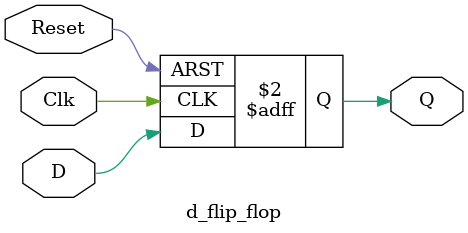
<source format=v>
`timescale 1ns / 1ps
/****************************************************************************
 *File Name:   One bit D-Flip Flop 
 *Project:     Lab Project 2: Sequence Detectors(phase 1)
 *Designer:    Jose Sotelo
 *Email:       jsotelo235@gmail.com
 *Rev. Date:   Feb. 20, 2017
 *
 *Purpose:
 *
 *Notes:
 ****************************************************************************/
module d_flip_flop(Clk, Reset, D, Q);
     
     input     D, Clk, Reset;
     output    Q;
     reg       Q;
     
     always @(posedge Clk or posedge Reset)
     begin
          if(Reset)
               Q <= 1'b0;
          else
               Q <= D;
     end
endmodule

</source>
